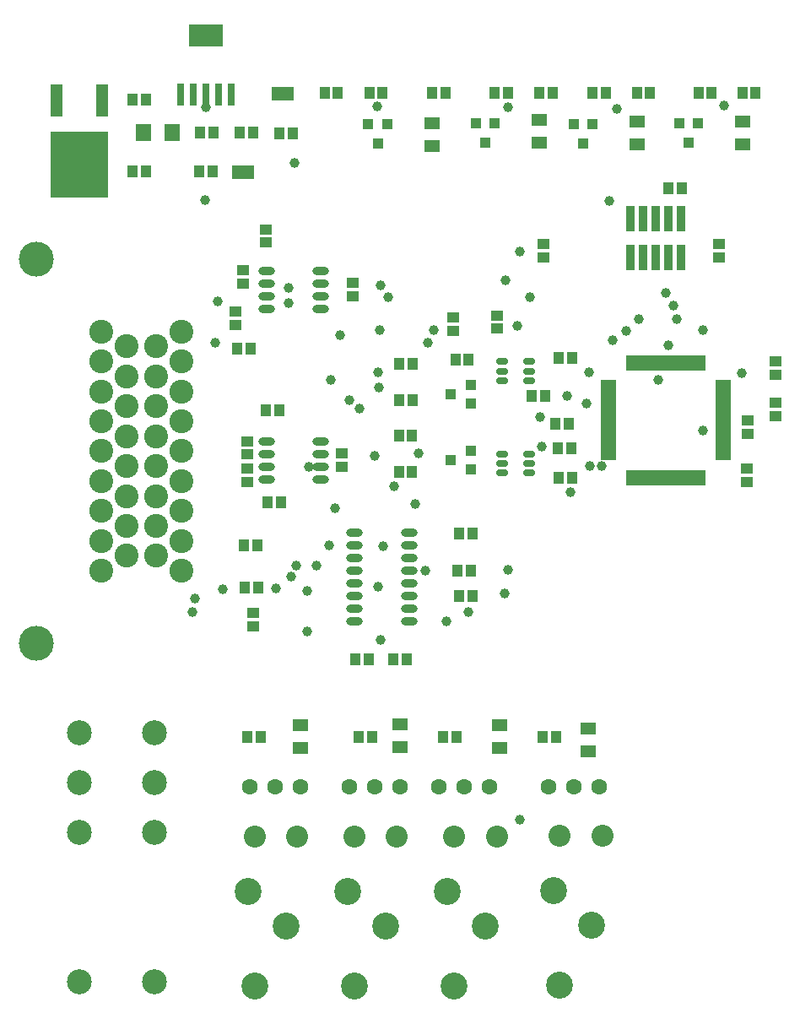
<source format=gbr>
%TF.GenerationSoftware,Altium Limited,Altium Designer,19.1.7 (138)*%
G04 Layer_Color=8388736*
%FSLAX26Y26*%
%MOIN*%
%TF.FileFunction,Soldermask,Top*%
%TF.Part,Single*%
G01*
G75*
%TA.AperFunction,SMDPad,CuDef*%
%ADD47O,0.065087X0.031622*%
%ADD48R,0.061150X0.065087*%
%ADD49R,0.047370X0.043433*%
%ADD50R,0.043433X0.047370*%
%TA.AperFunction,ComponentPad*%
%ADD51C,0.063118*%
%ADD52C,0.094614*%
%ADD53C,0.137921*%
%ADD54C,0.106425*%
%ADD55C,0.086740*%
%ADD56C,0.098551*%
%TA.AperFunction,ViaPad*%
%ADD57C,0.038748*%
%TA.AperFunction,SMDPad,CuDef*%
%ADD60R,0.037921X0.102488*%
%ADD61R,0.061150X0.019811*%
%ADD62R,0.019811X0.061150*%
%ADD63O,0.047370X0.027685*%
%ADD64R,0.031622X0.090677*%
%ADD65R,0.133984X0.090677*%
%ADD66R,0.088709X0.053276*%
%ADD67R,0.045402X0.041465*%
%ADD68R,0.041465X0.045402*%
%ADD69R,0.047370X0.126110*%
%ADD70R,0.226504X0.259969*%
%ADD71R,0.039496X0.043433*%
%ADD72R,0.059181X0.051307*%
%ADD73R,0.043433X0.039496*%
D47*
X1627569Y1600001D02*
D03*
Y1650001D02*
D03*
Y1700001D02*
D03*
Y1750001D02*
D03*
Y1800001D02*
D03*
Y1850001D02*
D03*
Y1900001D02*
D03*
Y1950001D02*
D03*
X1413002Y1600001D02*
D03*
Y1650001D02*
D03*
Y1700001D02*
D03*
Y1750001D02*
D03*
Y1800001D02*
D03*
Y1850001D02*
D03*
Y1900001D02*
D03*
Y1950001D02*
D03*
X1064725Y2981000D02*
D03*
Y2931000D02*
D03*
Y2881000D02*
D03*
Y2831000D02*
D03*
X1279291Y2981000D02*
D03*
Y2931000D02*
D03*
Y2881000D02*
D03*
Y2831000D02*
D03*
X1064717Y2309000D02*
D03*
Y2259000D02*
D03*
Y2209000D02*
D03*
Y2159000D02*
D03*
X1279284Y2309000D02*
D03*
Y2259000D02*
D03*
Y2209000D02*
D03*
Y2159000D02*
D03*
D48*
X693071Y3527145D02*
D03*
X576929D02*
D03*
D49*
X2964567Y2338583D02*
D03*
Y2391732D02*
D03*
X1062992Y3093503D02*
D03*
Y3146653D02*
D03*
X1405000Y2882425D02*
D03*
Y2935575D02*
D03*
X1361000Y2209425D02*
D03*
Y2262575D02*
D03*
X1009999Y1631573D02*
D03*
Y1578425D02*
D03*
X941929Y2820865D02*
D03*
Y2767716D02*
D03*
X1801000Y2744425D02*
D03*
Y2797575D02*
D03*
X988001Y2200574D02*
D03*
Y2147426D02*
D03*
X2852000Y3089567D02*
D03*
Y3036419D02*
D03*
X2158000Y3089566D02*
D03*
Y3036416D02*
D03*
D50*
X588573Y3376512D02*
D03*
X535423D02*
D03*
X2111221Y2487204D02*
D03*
X2164371D02*
D03*
X2652425Y3307000D02*
D03*
X2705575D02*
D03*
X2213583Y2283465D02*
D03*
X2266732D02*
D03*
X2204724Y2379921D02*
D03*
X2257874D02*
D03*
X1468575Y1448819D02*
D03*
X1415425D02*
D03*
X1564962Y1448822D02*
D03*
X1618112D02*
D03*
X2270669Y2637795D02*
D03*
X2217520D02*
D03*
X2270669Y2165354D02*
D03*
X2217520D02*
D03*
X1062992Y2433071D02*
D03*
X1116142D02*
D03*
X1115158Y3526000D02*
D03*
X1168307D02*
D03*
X853346Y3530001D02*
D03*
X800197D02*
D03*
X987641Y1142280D02*
D03*
X1040791D02*
D03*
X1815397Y1142282D02*
D03*
X1762247D02*
D03*
X1823820Y1698818D02*
D03*
X1876968D02*
D03*
X1819427Y1798000D02*
D03*
X1872575D02*
D03*
X1640746Y2472440D02*
D03*
X1587596D02*
D03*
X799850Y3374017D02*
D03*
X853000D02*
D03*
X957674Y3527561D02*
D03*
X1010824D02*
D03*
X535425Y3656998D02*
D03*
X588573D02*
D03*
X948819Y2676181D02*
D03*
X1001967D02*
D03*
X1030510Y1732284D02*
D03*
X977362D02*
D03*
X1028542Y1898622D02*
D03*
X975394D02*
D03*
X1120574Y2070001D02*
D03*
X1067426D02*
D03*
X1825787Y1944882D02*
D03*
X1878935D02*
D03*
X1640748Y2614171D02*
D03*
X1587598D02*
D03*
X1482720Y1143263D02*
D03*
X1429572D02*
D03*
X2209099Y1142278D02*
D03*
X2155951D02*
D03*
D51*
X1198271Y945432D02*
D03*
X1098271D02*
D03*
X998271D02*
D03*
X2379375Y945430D02*
D03*
X2279375D02*
D03*
X2179375D02*
D03*
X1591973Y945430D02*
D03*
X1491973D02*
D03*
X1391973D02*
D03*
X1946301Y945432D02*
D03*
X1846301D02*
D03*
X1746301D02*
D03*
D52*
X726771Y1798072D02*
D03*
Y1916182D02*
D03*
Y2034293D02*
D03*
Y2152403D02*
D03*
Y2270513D02*
D03*
Y2388623D02*
D03*
Y2506734D02*
D03*
Y2624844D02*
D03*
Y2742954D02*
D03*
X628346Y1857127D02*
D03*
Y1975237D02*
D03*
Y2093348D02*
D03*
Y2211458D02*
D03*
Y2329568D02*
D03*
Y2447678D02*
D03*
Y2565789D02*
D03*
Y2683899D02*
D03*
X510236Y1857127D02*
D03*
Y1975237D02*
D03*
Y2093348D02*
D03*
Y2211458D02*
D03*
Y2329568D02*
D03*
Y2447678D02*
D03*
Y2565789D02*
D03*
Y2683899D02*
D03*
X411811Y1798072D02*
D03*
Y1916182D02*
D03*
Y2034293D02*
D03*
Y2152403D02*
D03*
Y2270513D02*
D03*
Y2388623D02*
D03*
Y2506734D02*
D03*
Y2624844D02*
D03*
Y2742954D02*
D03*
D53*
X155905Y3028387D02*
D03*
Y1512639D02*
D03*
D54*
X1410476Y158028D02*
D03*
X1384886Y532044D02*
D03*
X1534492Y394249D02*
D03*
X1804177Y158028D02*
D03*
X1778587Y532044D02*
D03*
X1928193Y394249D02*
D03*
X1016776Y158028D02*
D03*
X991185Y532044D02*
D03*
X1140792Y394249D02*
D03*
X2222877Y161965D02*
D03*
X2197287Y535981D02*
D03*
X2346893Y398186D02*
D03*
D55*
X1579768Y748579D02*
D03*
X1410476D02*
D03*
X1973469D02*
D03*
X1804177D02*
D03*
X1186067D02*
D03*
X1016776D02*
D03*
X2392168Y752516D02*
D03*
X2222877D02*
D03*
D56*
X324804Y1159293D02*
D03*
X620080D02*
D03*
X324804Y765593D02*
D03*
Y962443D02*
D03*
X620080Y765593D02*
D03*
Y962443D02*
D03*
Y175041D02*
D03*
X324804D02*
D03*
D57*
X1775000Y1600000D02*
D03*
X2055000Y2765000D02*
D03*
X2105000Y2880000D02*
D03*
X1515000Y1525000D02*
D03*
X1355000Y2730000D02*
D03*
X1860000Y1635000D02*
D03*
X892825Y1724016D02*
D03*
X2250000Y2490000D02*
D03*
X1545000Y2880000D02*
D03*
X1515000Y2925000D02*
D03*
X2430000Y2710000D02*
D03*
X2652161Y2687161D02*
D03*
X2485000Y2745000D02*
D03*
X2534051Y2790941D02*
D03*
X2326772Y2460072D02*
D03*
X1500984Y3631890D02*
D03*
X824000Y3627677D02*
D03*
X2612791Y2550197D02*
D03*
X2005906Y1707677D02*
D03*
X2019685Y1802165D02*
D03*
X2151575Y2287402D02*
D03*
X2265000Y2110000D02*
D03*
X1150591Y2915354D02*
D03*
X1230000Y2210000D02*
D03*
X1524606Y1894685D02*
D03*
X1505906Y1734252D02*
D03*
X1180118Y1816929D02*
D03*
X1100000Y1730000D02*
D03*
X771654Y1634842D02*
D03*
X1224409Y1559055D02*
D03*
X1262795Y1819882D02*
D03*
X1151575Y2856299D02*
D03*
X1507874Y2522638D02*
D03*
X1512795Y2747047D02*
D03*
X2788386Y2750000D02*
D03*
X2684055Y2792323D02*
D03*
X2671260Y2844488D02*
D03*
X821567Y3261527D02*
D03*
X2870126Y3635716D02*
D03*
X2940945Y2579724D02*
D03*
X2787402Y2350394D02*
D03*
X2447835Y3622047D02*
D03*
X2016732Y3626968D02*
D03*
X2145669Y2406496D02*
D03*
X2342520Y2212598D02*
D03*
X2063976Y3058071D02*
D03*
X1491142Y2251968D02*
D03*
X1431102Y2438976D02*
D03*
X1664370Y2262795D02*
D03*
X1504010Y2580835D02*
D03*
X1568898Y2130905D02*
D03*
X1391170Y2473003D02*
D03*
X1317913Y2552165D02*
D03*
X2388780Y2211614D02*
D03*
X1223425Y1717520D02*
D03*
X1160879Y1773964D02*
D03*
X871063Y2861220D02*
D03*
X2007024Y2946622D02*
D03*
X1723425Y2750000D02*
D03*
X2337598Y2581693D02*
D03*
X1653181Y2062630D02*
D03*
X2417323Y3257874D02*
D03*
X860000Y2700000D02*
D03*
X1176000Y3408000D02*
D03*
X1690000Y1798000D02*
D03*
X1700000Y2697000D02*
D03*
X1335000Y2044000D02*
D03*
X2641000Y2895000D02*
D03*
X780929Y1687924D02*
D03*
X1313000Y1897000D02*
D03*
X2065398Y815508D02*
D03*
D60*
X2502487Y3035638D02*
D03*
Y3189182D02*
D03*
X2552487Y3035638D02*
D03*
Y3189182D02*
D03*
X2602487Y3035638D02*
D03*
Y3189182D02*
D03*
X2652487Y3035638D02*
D03*
Y3189182D02*
D03*
X2702487Y3035638D02*
D03*
Y3189182D02*
D03*
D61*
X2415940Y2540638D02*
D03*
Y2520953D02*
D03*
Y2501268D02*
D03*
Y2481583D02*
D03*
Y2461898D02*
D03*
Y2442213D02*
D03*
Y2422528D02*
D03*
Y2402843D02*
D03*
Y2383157D02*
D03*
Y2363472D02*
D03*
Y2343787D02*
D03*
Y2324102D02*
D03*
Y2304417D02*
D03*
Y2284732D02*
D03*
Y2265047D02*
D03*
Y2245362D02*
D03*
X2868696D02*
D03*
Y2265047D02*
D03*
Y2284732D02*
D03*
Y2304417D02*
D03*
Y2324102D02*
D03*
Y2343787D02*
D03*
Y2363472D02*
D03*
Y2383157D02*
D03*
Y2402843D02*
D03*
Y2422528D02*
D03*
Y2442213D02*
D03*
Y2461898D02*
D03*
Y2481583D02*
D03*
Y2501268D02*
D03*
Y2520953D02*
D03*
Y2540638D02*
D03*
D62*
X2494680Y2166622D02*
D03*
X2514365D02*
D03*
X2534050D02*
D03*
X2553735D02*
D03*
X2573421D02*
D03*
X2593106D02*
D03*
X2612791D02*
D03*
X2632476D02*
D03*
X2652161D02*
D03*
X2671846D02*
D03*
X2691531D02*
D03*
X2711216D02*
D03*
X2730901D02*
D03*
X2750586D02*
D03*
X2770271D02*
D03*
X2789956D02*
D03*
Y2619378D02*
D03*
X2770271D02*
D03*
X2750586D02*
D03*
X2730901D02*
D03*
X2711216D02*
D03*
X2691531D02*
D03*
X2671846D02*
D03*
X2652161D02*
D03*
X2632476D02*
D03*
X2612791D02*
D03*
X2593106D02*
D03*
X2573421D02*
D03*
X2553735D02*
D03*
X2534050D02*
D03*
X2514365D02*
D03*
X2494680D02*
D03*
D63*
X1994094Y2624016D02*
D03*
Y2586614D02*
D03*
Y2549213D02*
D03*
X2100394Y2624016D02*
D03*
Y2586614D02*
D03*
Y2549213D02*
D03*
X1995228Y2258984D02*
D03*
Y2221583D02*
D03*
Y2184181D02*
D03*
X2101528Y2258984D02*
D03*
Y2221583D02*
D03*
Y2184181D02*
D03*
D64*
X724000Y3677874D02*
D03*
X774000D02*
D03*
X824000D02*
D03*
X874000D02*
D03*
X924000D02*
D03*
D65*
X824000Y3912126D02*
D03*
D66*
X1128018Y3682087D02*
D03*
X970534Y3372637D02*
D03*
D67*
X3074803Y2572835D02*
D03*
Y2624016D02*
D03*
X2960000Y2150000D02*
D03*
Y2201181D02*
D03*
X3075000Y2410000D02*
D03*
Y2461181D02*
D03*
X1975394Y2753937D02*
D03*
Y2805118D02*
D03*
X972295Y2984295D02*
D03*
Y2933114D02*
D03*
X987000Y2309591D02*
D03*
Y2258410D02*
D03*
D68*
X1965551Y3685961D02*
D03*
X2016732D02*
D03*
X2142716D02*
D03*
X2193898D02*
D03*
X2770669D02*
D03*
X2821850D02*
D03*
X2944882D02*
D03*
X2996063D02*
D03*
X2352362D02*
D03*
X2403543D02*
D03*
X2528543D02*
D03*
X2579724D02*
D03*
X1295275D02*
D03*
X1346457D02*
D03*
X1522638Y3686024D02*
D03*
X1471457D02*
D03*
X1719488Y3685039D02*
D03*
X1770669D02*
D03*
X1810039Y2631890D02*
D03*
X1861220D02*
D03*
X1588583Y2188976D02*
D03*
X1639764D02*
D03*
X1588583Y2330708D02*
D03*
X1639764D02*
D03*
D69*
X416158Y3654937D02*
D03*
X235843D02*
D03*
D70*
X326000Y3401000D02*
D03*
D71*
X2732284Y3487206D02*
D03*
X2694882Y3565946D02*
D03*
X2769685D02*
D03*
X2314961Y3484693D02*
D03*
X2277559Y3563433D02*
D03*
X2352362D02*
D03*
X1929134Y3487205D02*
D03*
X1891732Y3565945D02*
D03*
X1966535D02*
D03*
X1503937Y3484252D02*
D03*
X1466535Y3562992D02*
D03*
X1541339D02*
D03*
D72*
X2141732Y3488189D02*
D03*
Y3578740D02*
D03*
X2334999Y1084446D02*
D03*
Y1174997D02*
D03*
X1591971Y1102909D02*
D03*
Y1193460D02*
D03*
X1198272Y1097005D02*
D03*
Y1187556D02*
D03*
X1985673Y1097005D02*
D03*
Y1187556D02*
D03*
X2944881Y3481781D02*
D03*
Y3572332D02*
D03*
X2527559Y3481780D02*
D03*
Y3572331D02*
D03*
X1719362Y3473780D02*
D03*
Y3564331D02*
D03*
D73*
X1791339Y2495079D02*
D03*
X1870079Y2532480D02*
D03*
Y2457677D02*
D03*
X1791339Y2235236D02*
D03*
X1870079Y2272638D02*
D03*
Y2197835D02*
D03*
%TF.MD5,8fb7e551e22fdeacd03239553e8a637a*%
M02*

</source>
